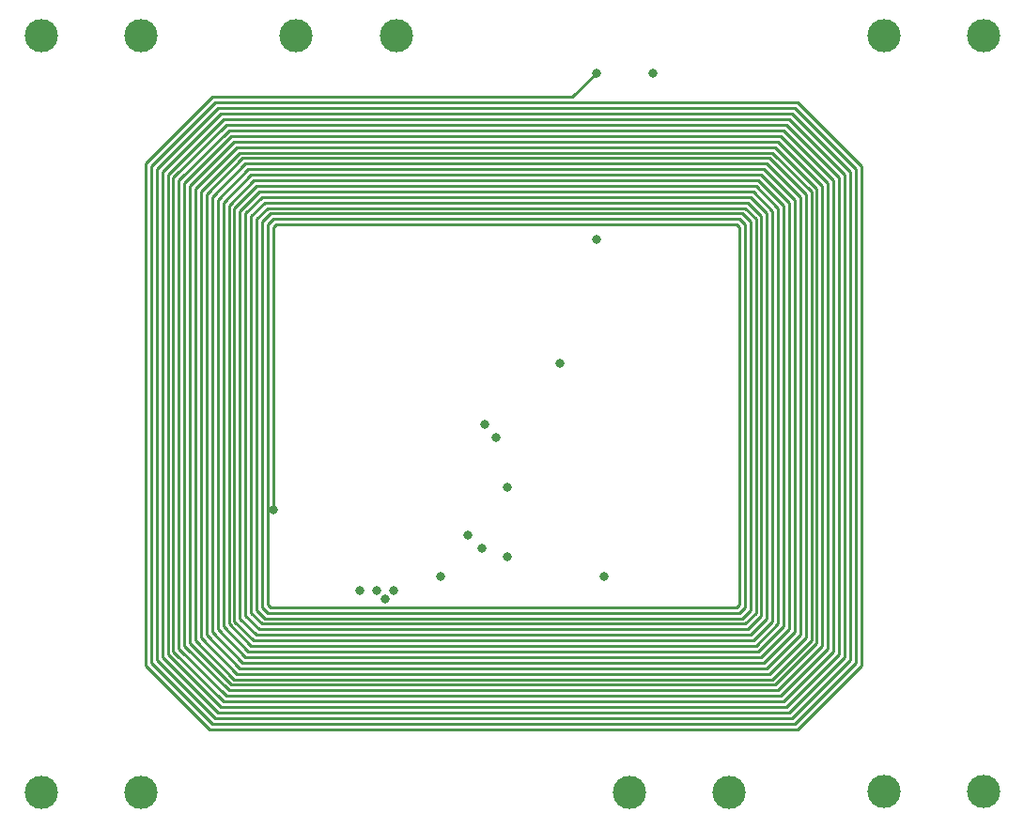
<source format=gbr>
%TF.GenerationSoftware,KiCad,Pcbnew,(5.1.10)-1*%
%TF.CreationDate,2022-05-08T17:14:08-07:00*%
%TF.ProjectId,solar-panel-side-Z,736f6c61-722d-4706-916e-656c2d736964,1.0*%
%TF.SameCoordinates,Original*%
%TF.FileFunction,Copper,L3,Inr*%
%TF.FilePolarity,Positive*%
%FSLAX46Y46*%
G04 Gerber Fmt 4.6, Leading zero omitted, Abs format (unit mm)*
G04 Created by KiCad (PCBNEW (5.1.10)-1) date 2022-05-08 17:14:08*
%MOMM*%
%LPD*%
G01*
G04 APERTURE LIST*
%TA.AperFunction,ComponentPad*%
%ADD10C,3.000000*%
%TD*%
%TA.AperFunction,ViaPad*%
%ADD11C,0.800000*%
%TD*%
%TA.AperFunction,Conductor*%
%ADD12C,0.250000*%
%TD*%
G04 APERTURE END LIST*
D10*
%TO.N,Net-(SC5-Pad2)*%
%TO.C,SC5*%
X191952000Y-51008000D03*
%TO.N,Net-(D3-Pad2)*%
X182952000Y-51008000D03*
%TD*%
%TO.N,Net-(SC3-Pad2)*%
%TO.C,SC4*%
X169000000Y-119250000D03*
%TO.N,GND*%
X160000000Y-119250000D03*
%TD*%
%TO.N,Net-(SC5-Pad2)*%
%TO.C,SC6*%
X191952000Y-119172000D03*
%TO.N,GND*%
X182952000Y-119172000D03*
%TD*%
%TO.N,Net-(D2-Pad2)*%
%TO.C,SC3*%
X130000000Y-51000000D03*
%TO.N,Net-(SC3-Pad2)*%
X139000000Y-51000000D03*
%TD*%
%TO.N,GND*%
%TO.C,SC2*%
X107006000Y-119250000D03*
%TO.N,Net-(SC1-Pad2)*%
X116006000Y-119250000D03*
%TD*%
%TO.N,Net-(SC1-Pad2)*%
%TO.C,SC1*%
X116006000Y-51008000D03*
%TO.N,Net-(D1-Pad2)*%
X107006000Y-51008000D03*
%TD*%
D11*
%TO.N,GND*%
X138000000Y-101750000D03*
X157110000Y-69390000D03*
X153750000Y-80500000D03*
%TO.N,+3V3*%
X138750000Y-101000000D03*
X149000000Y-97950010D03*
X149000000Y-91750000D03*
%TO.N,VSOLAR*%
X157750000Y-99750000D03*
X143000000Y-99750000D03*
%TO.N,SDA*%
X135750000Y-101000000D03*
X145500000Y-96000000D03*
X147000000Y-86000000D03*
%TO.N,SCL*%
X146750000Y-97250000D03*
X137250000Y-101000000D03*
X148000000Y-87250000D03*
%TO.N,Net-(U2-Pad6)*%
X162110000Y-54352000D03*
X157030000Y-54352000D03*
X127924000Y-93782000D03*
%TD*%
D12*
%TO.N,Net-(U2-Pad6)*%
X127924000Y-93782000D02*
X127924000Y-93782000D01*
X122424000Y-65532000D02*
X125424000Y-62532000D01*
X123924000Y-59532000D02*
X173924000Y-59532000D01*
X124924000Y-66782000D02*
X126674000Y-65032000D01*
X171174000Y-65032000D02*
X172924000Y-66782000D01*
X178924000Y-63782000D02*
X178924000Y-106782000D01*
X173924000Y-111032000D02*
X123424000Y-111032000D01*
X172424000Y-67032000D02*
X172424000Y-103532000D01*
X179924000Y-63282000D02*
X179924000Y-107282000D01*
X122424000Y-104782000D02*
X122424000Y-65532000D01*
X119424000Y-106282000D02*
X119424000Y-64032000D01*
X120924000Y-64782000D02*
X124674000Y-61032000D01*
X175924000Y-105282000D02*
X172674000Y-108532000D01*
X124174000Y-60032000D02*
X173674000Y-60032000D01*
X116924000Y-62782000D02*
X122674000Y-57032000D01*
X123924000Y-110032000D02*
X119924000Y-106032000D01*
X179924000Y-107282000D02*
X174674000Y-112532000D01*
X125174000Y-107532000D02*
X122424000Y-104782000D01*
X122924000Y-112032000D02*
X117924000Y-107032000D01*
X178424000Y-64032000D02*
X178424000Y-106532000D01*
X173924000Y-59532000D02*
X178424000Y-64032000D01*
X126174000Y-105532000D02*
X124424000Y-103782000D01*
X119924000Y-106032000D02*
X119924000Y-64282000D01*
X177924000Y-106282000D02*
X173674000Y-110532000D01*
X172424000Y-103532000D02*
X170924000Y-105032000D01*
X124924000Y-103532000D02*
X124924000Y-66782000D01*
X180924000Y-107782000D02*
X175174000Y-113532000D01*
X123674000Y-110532000D02*
X119424000Y-106282000D01*
X117924000Y-63282000D02*
X123174000Y-58032000D01*
X172924000Y-103782000D02*
X171174000Y-105532000D01*
X122674000Y-57032000D02*
X175174000Y-57032000D01*
X173174000Y-61032000D02*
X176924000Y-64782000D01*
X174924000Y-65782000D02*
X174924000Y-104782000D01*
X170924000Y-65532000D02*
X172424000Y-67032000D01*
X170924000Y-105032000D02*
X126424000Y-105032000D01*
X174424000Y-58532000D02*
X179424000Y-63532000D01*
X126674000Y-65032000D02*
X171174000Y-65032000D01*
X122174000Y-113532000D02*
X116424000Y-107782000D01*
X126174000Y-64032000D02*
X171674000Y-64032000D01*
X122674000Y-112532000D02*
X117424000Y-107282000D01*
X126424000Y-105032000D02*
X124924000Y-103532000D01*
X126924000Y-65532000D02*
X170924000Y-65532000D01*
X171924000Y-67282000D02*
X171924000Y-103282000D01*
X116424000Y-62532000D02*
X122424000Y-56532000D01*
X121424000Y-105282000D02*
X121424000Y-65032000D01*
X125424000Y-67032000D02*
X126924000Y-65532000D01*
X177924000Y-64282000D02*
X177924000Y-106282000D01*
X123424000Y-66032000D02*
X125924000Y-63532000D01*
X119424000Y-64032000D02*
X123924000Y-59532000D01*
X125424000Y-103282000D02*
X125424000Y-67032000D01*
X170674000Y-104532000D02*
X126674000Y-104532000D01*
X118924000Y-63782000D02*
X123674000Y-59032000D01*
X173674000Y-60032000D02*
X177924000Y-64282000D01*
X127924000Y-67532000D02*
X169924000Y-67532000D01*
X175424000Y-105032000D02*
X172424000Y-108032000D01*
X126924000Y-104032000D02*
X125924000Y-103032000D01*
X174424000Y-104532000D02*
X171924000Y-107032000D01*
X127424000Y-102282000D02*
X127424000Y-68032000D01*
X169924000Y-68282000D02*
X169924000Y-102282000D01*
X173924000Y-66282000D02*
X173924000Y-104282000D01*
X178424000Y-106532000D02*
X173924000Y-111032000D01*
X127924000Y-68282000D02*
X128174000Y-68032000D01*
X118924000Y-106532000D02*
X118924000Y-63782000D01*
X124424000Y-60532000D02*
X173424000Y-60532000D01*
X127424000Y-68032000D02*
X127924000Y-67532000D01*
X169924000Y-67532000D02*
X170424000Y-68032000D01*
X170924000Y-67782000D02*
X170924000Y-102782000D01*
X118424000Y-106782000D02*
X118424000Y-63532000D01*
X171674000Y-106532000D02*
X125674000Y-106532000D01*
X123174000Y-58032000D02*
X174674000Y-58032000D01*
X178924000Y-106782000D02*
X174174000Y-111532000D01*
X170674000Y-66032000D02*
X171924000Y-67282000D01*
X126924000Y-67782000D02*
X127674000Y-67032000D01*
X179424000Y-107032000D02*
X174424000Y-112032000D01*
X171924000Y-63532000D02*
X174424000Y-66032000D01*
X174174000Y-111532000D02*
X123174000Y-111532000D01*
X172674000Y-108532000D02*
X124674000Y-108532000D01*
X128174000Y-68032000D02*
X169674000Y-68032000D01*
X170424000Y-104032000D02*
X126924000Y-104032000D01*
X127174000Y-66032000D02*
X170674000Y-66032000D01*
X123424000Y-104282000D02*
X123424000Y-66032000D01*
X174674000Y-112532000D02*
X122674000Y-112532000D01*
X180924000Y-62782000D02*
X180924000Y-107782000D01*
X169924000Y-102282000D02*
X169674000Y-102532000D01*
X172924000Y-66782000D02*
X172924000Y-103782000D01*
X173924000Y-104282000D02*
X171674000Y-106532000D01*
X177424000Y-106032000D02*
X173424000Y-110032000D01*
X116924000Y-107532000D02*
X116924000Y-62782000D01*
X171674000Y-64032000D02*
X173924000Y-66282000D01*
X180424000Y-63032000D02*
X180424000Y-107532000D01*
X175424000Y-65532000D02*
X175424000Y-105032000D01*
X123424000Y-58532000D02*
X174424000Y-58532000D01*
X122924000Y-104532000D02*
X122924000Y-65782000D01*
X171424000Y-106032000D02*
X125924000Y-106032000D01*
X174424000Y-112032000D02*
X122924000Y-112032000D01*
X174674000Y-58032000D02*
X179924000Y-63282000D01*
X169674000Y-102532000D02*
X127674000Y-102532000D01*
X179424000Y-63532000D02*
X179424000Y-107032000D01*
X174924000Y-57532000D02*
X180424000Y-63032000D01*
X170424000Y-68032000D02*
X170424000Y-102532000D01*
X127674000Y-102532000D02*
X127424000Y-102282000D01*
X126424000Y-64532000D02*
X171424000Y-64532000D01*
X173424000Y-66532000D02*
X173424000Y-104032000D01*
X127174000Y-103532000D02*
X126424000Y-102782000D01*
X124924000Y-108032000D02*
X121924000Y-105032000D01*
X125174000Y-62032000D02*
X172674000Y-62032000D01*
X175174000Y-113532000D02*
X122174000Y-113532000D01*
X122424000Y-113032000D02*
X116924000Y-107532000D01*
X125924000Y-67282000D02*
X127174000Y-66032000D01*
X171174000Y-105532000D02*
X126174000Y-105532000D01*
X125924000Y-63532000D02*
X171924000Y-63532000D01*
X124424000Y-66532000D02*
X126424000Y-64532000D01*
X124424000Y-103782000D02*
X124424000Y-66532000D01*
X171424000Y-103032000D02*
X170424000Y-104032000D01*
X117924000Y-107032000D02*
X117924000Y-63282000D01*
X173424000Y-110032000D02*
X123924000Y-110032000D01*
X169924000Y-103032000D02*
X127424000Y-103032000D01*
X124674000Y-61032000D02*
X173174000Y-61032000D01*
X125424000Y-62532000D02*
X172424000Y-62532000D01*
X127424000Y-103032000D02*
X126924000Y-102532000D01*
X122924000Y-57532000D02*
X174924000Y-57532000D01*
X121924000Y-105032000D02*
X121924000Y-65282000D01*
X174174000Y-59032000D02*
X178924000Y-63782000D01*
X171424000Y-67532000D02*
X171424000Y-103032000D01*
X124424000Y-109032000D02*
X120924000Y-105532000D01*
X125674000Y-106532000D02*
X123424000Y-104282000D01*
X127674000Y-67032000D02*
X170174000Y-67032000D01*
X126924000Y-102532000D02*
X126924000Y-67782000D01*
X125924000Y-106032000D02*
X123924000Y-104032000D01*
X175174000Y-57032000D02*
X180924000Y-62782000D01*
X172174000Y-107532000D02*
X125174000Y-107532000D01*
X172174000Y-63032000D02*
X174924000Y-65782000D01*
X125424000Y-107032000D02*
X122924000Y-104532000D01*
X170174000Y-67032000D02*
X170924000Y-67782000D01*
X172424000Y-108032000D02*
X124924000Y-108032000D01*
X180424000Y-107532000D02*
X174924000Y-113032000D01*
X126424000Y-67532000D02*
X127424000Y-66532000D01*
X122924000Y-65782000D02*
X125674000Y-63032000D01*
X127424000Y-66532000D02*
X170424000Y-66532000D01*
X170424000Y-66532000D02*
X171424000Y-67532000D01*
X169674000Y-68032000D02*
X169924000Y-68282000D01*
X123174000Y-111532000D02*
X118424000Y-106782000D01*
X177424000Y-64532000D02*
X177424000Y-106032000D01*
X123424000Y-111032000D02*
X118924000Y-106532000D01*
X171424000Y-64532000D02*
X173424000Y-66532000D01*
X120424000Y-105782000D02*
X120424000Y-64532000D01*
X123924000Y-104032000D02*
X123924000Y-66282000D01*
X123924000Y-66282000D02*
X126174000Y-64032000D01*
X126674000Y-104532000D02*
X125424000Y-103282000D01*
X173674000Y-110532000D02*
X123674000Y-110532000D01*
X176924000Y-105782000D02*
X173174000Y-109532000D01*
X173424000Y-60532000D02*
X177424000Y-64532000D01*
X126424000Y-102782000D02*
X126424000Y-67532000D01*
X172924000Y-109032000D02*
X124424000Y-109032000D01*
X171924000Y-107032000D02*
X125424000Y-107032000D01*
X173174000Y-109532000D02*
X124174000Y-109532000D01*
X121924000Y-65282000D02*
X125174000Y-62032000D01*
X172924000Y-61532000D02*
X176424000Y-65032000D01*
X117424000Y-63032000D02*
X122924000Y-57532000D01*
X171924000Y-103282000D02*
X170674000Y-104532000D01*
X127924000Y-93782000D02*
X127924000Y-68282000D01*
X121424000Y-65032000D02*
X124924000Y-61532000D01*
X176924000Y-64782000D02*
X176924000Y-105782000D01*
X174924000Y-104782000D02*
X172174000Y-107532000D01*
X174424000Y-66032000D02*
X174424000Y-104532000D01*
X125674000Y-63032000D02*
X172174000Y-63032000D01*
X170924000Y-102782000D02*
X170174000Y-103532000D01*
X123674000Y-59032000D02*
X174174000Y-59032000D01*
X120924000Y-105532000D02*
X120924000Y-64782000D01*
X118424000Y-63532000D02*
X123424000Y-58532000D01*
X119924000Y-64282000D02*
X124174000Y-60032000D01*
X120424000Y-64532000D02*
X124424000Y-60532000D01*
X173424000Y-104032000D02*
X171424000Y-106032000D01*
X116424000Y-107782000D02*
X116424000Y-62532000D01*
X172424000Y-62532000D02*
X175424000Y-65532000D01*
X174924000Y-113032000D02*
X122424000Y-113032000D01*
X170174000Y-103532000D02*
X127174000Y-103532000D01*
X117424000Y-107282000D02*
X117424000Y-63032000D01*
X170424000Y-102532000D02*
X169924000Y-103032000D01*
X124924000Y-61532000D02*
X172924000Y-61532000D01*
X124174000Y-109532000D02*
X120424000Y-105782000D01*
X153622000Y-56532000D02*
X154850000Y-56532000D01*
X175924000Y-65282000D02*
X175924000Y-105282000D01*
X176424000Y-65032000D02*
X176424000Y-105532000D01*
X172674000Y-62032000D02*
X175924000Y-65282000D01*
X152818000Y-56532000D02*
X153622000Y-56532000D01*
X154850000Y-56532000D02*
X157030000Y-54352000D01*
X124674000Y-108532000D02*
X121424000Y-105282000D01*
X125924000Y-103032000D02*
X125924000Y-67282000D01*
X176424000Y-105532000D02*
X172924000Y-109032000D01*
X122424000Y-56532000D02*
X153622000Y-56532000D01*
X127924000Y-93782000D02*
X127924000Y-93782000D01*
%TD*%
M02*

</source>
